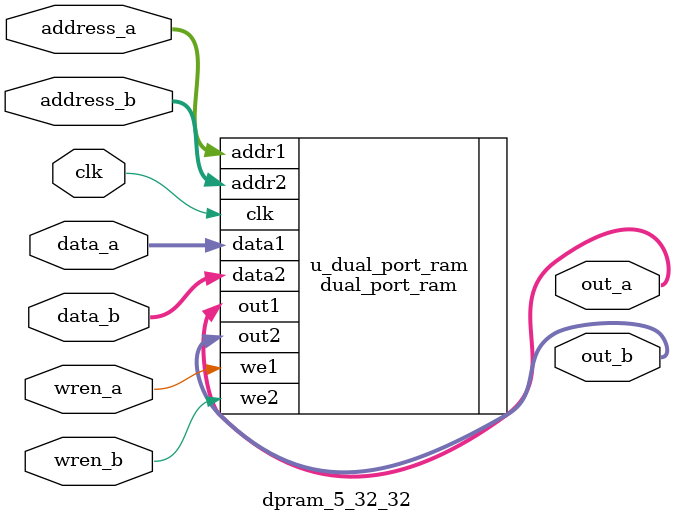
<source format=v>
/****************************************************************************
          Register File

   - Has two read ports (a and b) and one write port (c)
   - sel chooses the register to be read/written
****************************************************************************/
`include "options.v"
module reg_file_32_32_5(clk,resetn, c_squashn,
	a_reg, a_readdataout, a_en,
	b_reg, b_readdataout, b_en,
	c_reg, c_writedatain, c_we);

input clk;
input resetn;

input a_en;
input b_en;

input [5-1:0] a_reg,b_reg,c_reg;
output [32-1:0] a_readdataout, b_readdataout;
input [32-1:0] c_writedatain;
input c_we;
input c_squashn;
reg [31:0] i;

`ifndef USE_INHOUSE_LOGIC1
	`define USE_INHOUSE_LOGIC1
`endif

`ifdef USE_INHOUSE_LOGIC1

wire [32-1:0] reg_file1_out_a_nc;
wire reg_file1_wren_a;

assign reg_file1_wren_a = c_we & (|c_reg) & c_squashn;

        ram_wrapper_5_32_32 reg_file1(
	    .clk(clk),
		.resetn(resetn),
		.rden_a(1'b0),
		.rden_b(a_en),
	    .address_a(c_reg[5-1:0]),
	    .address_b(a_reg[5-1:0]),
	    .wren_a(reg_file1_wren_a),
	    .wren_b(1'b0),
	    .data_a(c_writedatain),
	    .data_b(0),
	    .out_a(reg_file1_out_a_nc),
	    .out_b(a_readdataout)
        );
 
// initial begin
//    for(i=0;i<32;i=i+1)
//        reg_file1.dpram1.ram[i]=0;
// end 
         
wire [32-1:0] reg_file2_out_a_nc;
wire reg_file2_wren_a;

assign reg_file2_wren_a = c_we & (|c_reg);
        ram_wrapper_5_32_32 reg_file2(
	    .clk(clk),
		.resetn(resetn),
		.rden_a(1'b0),
		.rden_b(b_en),
	    .address_a(c_reg[5-1:0]),
	    .address_b(b_reg[5-1:0]),
	    .wren_a(reg_file2_wren_a),
	    .wren_b(1'b0),
	    .data_a(c_writedatain),
	    .data_b(0),
	    .out_a(reg_file2_out_a_nc),
	    .out_b(b_readdataout)
        );

// initial begin
//    for(i=0;i<32;i=i+1)
//        reg_file2.dpram1.ram[i]=0;
// end 
`else

	altsyncram	reg_file1(
				.wren_a (c_we & (|c_reg) & c_squashn),
				.clock0 (clk),
        .clock1 (clk),
        .clocken1 (a_en),
				.address_a (c_reg[5-1:0]),
				.address_b (a_reg[5-1:0]),
				.data_a (c_writedatain),
				.q_b (a_readdataout)
        // synopsys translate_off
        ,
        .aclr0 (1'b0),
        .aclr1 (1'b0),
        .byteena_a (1'b1),
        .byteena_b (1'b1),
        .data_b (32'b11111111),
        .wren_b (1'b0),
        .rden_b(1'b1),
        .q_a (),
        .clocken0 (1'b1),
        .addressstall_a (1'b0),
        .addressstall_b (1'b0)
        // synopsys translate_on
    );
	defparam
		reg_file1.operation_mode = "DUAL_PORT",
		reg_file1.width_a = 32,
		reg_file1.widthad_a = 5,
		reg_file1.numwords_a = 32,
		reg_file1.width_b = 32,
		reg_file1.widthad_b = 5,
		reg_file1.numwords_b = 32,
		reg_file1.lpm_type = "altsyncram",
		reg_file1.width_byteena_a = 1,
		reg_file1.outdata_reg_b = "UNREGISTERED",
		reg_file1.indata_aclr_a = "NONE",
		reg_file1.wrcontrol_aclr_a = "NONE",
		reg_file1.address_aclr_a = "NONE",
		reg_file1.rdcontrol_reg_b = "CLOCK1",
		reg_file1.address_reg_b = "CLOCK1",
		reg_file1.address_aclr_b = "NONE",
		reg_file1.outdata_aclr_b = "NONE",
		reg_file1.read_during_write_mode_mixed_ports = "OLD_DATA",
		reg_file1.ram_block_type = "AUTO",
		reg_file1.intended_device_family = "Stratix";

		//Reg file duplicated to avoid contention between 2 read
		//and 1 write
	altsyncram	reg_file2(
				.wren_a (c_we&(|c_reg)),
				.clock0 (clk),
        .clock1 (clk),
        .clocken1 (b_en),
				.address_a (c_reg[5-1:0]),
				.address_b (b_reg[5-1:0]),
				.data_a (c_writedatain),
				.q_b (b_readdataout)
        // synopsys translate_off
        ,
        .aclr0 (1'b0),
        .aclr1 (1'b0),
        .byteena_a (1'b1),
        .byteena_b (1'b1),
        .data_b (32'b11111111),
        .rden_b(1'b1),
        .wren_b (1'b0),
        .q_a (),
        .clocken0 (1'b1),
        .addressstall_a (1'b0),
        .addressstall_b (1'b0)
        // synopsys translate_on
    );
	defparam
		reg_file2.operation_mode = "DUAL_PORT",
		reg_file2.width_a = 32,
		reg_file2.widthad_a = 5,
		reg_file2.numwords_a = 32,
		reg_file2.width_b = 32,
		reg_file2.widthad_b = 5,
		reg_file2.numwords_b = 32,
		reg_file2.lpm_type = "altsyncram",
		reg_file2.width_byteena_a = 1,
		reg_file2.outdata_reg_b = "UNREGISTERED",
		reg_file2.indata_aclr_a = "NONE",
		reg_file2.wrcontrol_aclr_a = "NONE",
		reg_file2.address_aclr_a = "NONE",
		reg_file2.rdcontrol_reg_b = "CLOCK1",
		reg_file2.address_reg_b = "CLOCK1",
		reg_file2.address_aclr_b = "NONE",
		reg_file2.outdata_aclr_b = "NONE",
		reg_file2.read_during_write_mode_mixed_ports = "OLD_DATA",
		reg_file2.ram_block_type = "AUTO",
		reg_file2.intended_device_family = "Stratix";

`endif

endmodulemodule ram_wrapper_5_32_32 (
	clk,
        resetn,
	address_a,
	address_b,
        rden_a,
        rden_b,
	wren_a,
	wren_b,
	data_a,
	data_b,
	out_a,
	out_b
);

input clk;
input resetn;
input [(5-1):0] address_a;
input [(5-1):0] address_b;
input  wren_a;
input  wren_b;
input  rden_a;
input  rden_b;
input [(32-1):0] data_a;
input [(32-1):0] data_b;
output [(32-1):0] out_a;
output [(32-1):0] out_b;

reg [(5-1):0] q_address_a;
reg [(5-1):0] q_address_b;
reg [(5-1):0] mux_address_b;

dpram_5_32_32 dpram1(
    .clk(clk),
    .address_a(address_a),
    .address_b(mux_address_b),
    .wren_a(wren_a),
    .wren_b(wren_b),
    .data_a(data_a),
    .data_b(data_b),
    .out_a(out_a),
    .out_b(out_b)
);

always@(posedge clk)begin
   if(!resetn)begin
     q_address_a <= 'h0;
     q_address_b <= 'h0;
   end
   else begin
     if(rden_b)
       q_address_b <= address_b;
   end
end

always@(*)begin
  if(rden_b)   
    mux_address_b = address_b;
  else
    mux_address_b = q_address_b; 
end

endmodulemodule dpram_5_32_32 (
	clk,
	address_a,
	address_b,
	wren_a,
	wren_b,
	data_a,
	data_b,
	out_a,
	out_b
);

input clk;
input [(5-1):0] address_a;
input [(5-1):0] address_b;
input  wren_a;
input  wren_b;
input [(32-1):0] data_a;
input [(32-1):0] data_b;
output reg [(32-1):0] out_a;
output reg [(32-1):0] out_b;

`ifdef SIMULATION_MEMORY

reg [32-1:0] ram[32-1:0];

always @ (posedge clk) begin 
  if (wren_a) begin
      ram[address_a] <= data_a;
  end
  else begin
      out_a <= ram[address_a];
  end
end
  
always @ (posedge clk) begin 
  if (wren_b) begin
      ram[address_b] <= data_b;
  end 
  else begin
      out_b <= ram[address_b];
  end
end

`else

dual_port_ram u_dual_port_ram(
.addr1(address_a),
.we1(wren_a),
.data1(data_a),
.out1(out_a),
.addr2(address_b),
.we2(wren_b),
.data2(data_b),
.out2(out_b),
.clk(clk)
);

`endif

endmodule
</source>
